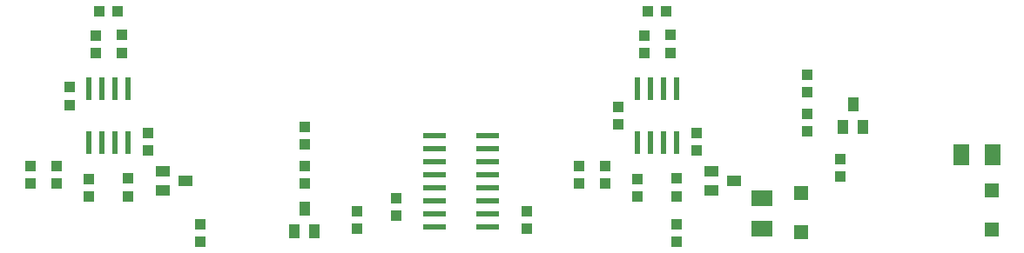
<source format=gtp>
G75*
%MOIN*%
%OFA0B0*%
%FSLAX25Y25*%
%IPPOS*%
%LPD*%
%AMOC8*
5,1,8,0,0,1.08239X$1,22.5*
%
%ADD10R,0.04252X0.04134*%
%ADD11R,0.07874X0.05906*%
%ADD12R,0.05906X0.07874*%
%ADD13R,0.02362X0.08661*%
%ADD14R,0.08661X0.02362*%
%ADD15R,0.05512X0.03937*%
%ADD16R,0.03937X0.05512*%
%ADD17R,0.04331X0.03937*%
%ADD18R,0.03937X0.04331*%
%ADD19R,0.05512X0.05512*%
D10*
X0053500Y0053677D03*
X0053500Y0060567D03*
X0061000Y0071177D03*
X0061000Y0078067D03*
X0031000Y0088677D03*
X0031000Y0095567D03*
X0051000Y0108677D03*
X0051000Y0115567D03*
X0156000Y0053067D03*
X0156000Y0046177D03*
X0206000Y0048067D03*
X0206000Y0041177D03*
X0263500Y0053677D03*
X0263500Y0060567D03*
X0271000Y0071177D03*
X0271000Y0078067D03*
X0241000Y0081177D03*
X0241000Y0088067D03*
X0261000Y0108677D03*
X0261000Y0115567D03*
D11*
X0296000Y0053027D03*
X0296000Y0041216D03*
D12*
X0372594Y0069622D03*
X0384406Y0069622D03*
D13*
X0263500Y0074386D03*
X0258500Y0074386D03*
X0253500Y0074386D03*
X0248500Y0074386D03*
X0248500Y0094858D03*
X0253500Y0094858D03*
X0258500Y0094858D03*
X0263500Y0094858D03*
X0053500Y0094858D03*
X0048500Y0094858D03*
X0043500Y0094858D03*
X0038500Y0094858D03*
X0038500Y0074386D03*
X0043500Y0074386D03*
X0048500Y0074386D03*
X0053500Y0074386D03*
D14*
X0170764Y0072122D03*
X0170764Y0077122D03*
X0191236Y0077122D03*
X0191236Y0072122D03*
X0191236Y0067122D03*
X0191236Y0062122D03*
X0191236Y0057122D03*
X0191236Y0052122D03*
X0191236Y0047122D03*
X0191236Y0042122D03*
X0170764Y0042122D03*
X0170764Y0047122D03*
X0170764Y0052122D03*
X0170764Y0057122D03*
X0170764Y0062122D03*
X0170764Y0067122D03*
D15*
X0075331Y0059622D03*
X0066669Y0063362D03*
X0066669Y0055882D03*
X0276669Y0055882D03*
X0285331Y0059622D03*
X0276669Y0063362D03*
D16*
X0327260Y0080291D03*
X0334740Y0080291D03*
X0331000Y0088952D03*
X0124740Y0040291D03*
X0117260Y0040291D03*
X0121000Y0048952D03*
D17*
X0081000Y0036275D03*
X0081000Y0042968D03*
X0121000Y0058775D03*
X0121000Y0065468D03*
X0121000Y0073775D03*
X0121000Y0080468D03*
X0041000Y0108775D03*
X0041000Y0115468D03*
X0026000Y0065468D03*
X0016000Y0065468D03*
X0016000Y0058775D03*
X0026000Y0058775D03*
X0038500Y0060468D03*
X0038500Y0053775D03*
X0141000Y0047968D03*
X0141000Y0041275D03*
X0226000Y0058775D03*
X0236000Y0058775D03*
X0248500Y0060468D03*
X0236000Y0065468D03*
X0226000Y0065468D03*
X0248500Y0053775D03*
X0263500Y0042968D03*
X0263500Y0036275D03*
X0326000Y0061275D03*
X0326000Y0067968D03*
X0313500Y0078775D03*
X0313500Y0085468D03*
X0313500Y0093775D03*
X0313500Y0100468D03*
X0251000Y0108775D03*
X0251000Y0115468D03*
D18*
X0252654Y0124622D03*
X0259346Y0124622D03*
X0049346Y0124622D03*
X0042654Y0124622D03*
D19*
X0311000Y0055102D03*
X0311000Y0040141D03*
X0384000Y0041141D03*
X0384000Y0056102D03*
M02*

</source>
